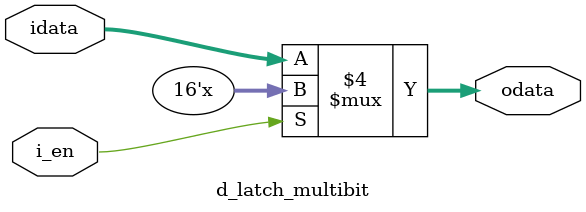
<source format=v>

module d_latch_multibit(idata, i_en, odata);
        input [15:0] idata;
        input i_en;
        output reg [15:0] odata;

        always @(idata, i_en)
             begin
                  if(!i_en)

                        odata = idata;
                  else
                        odata = odata;

             end
endmodule



</source>
